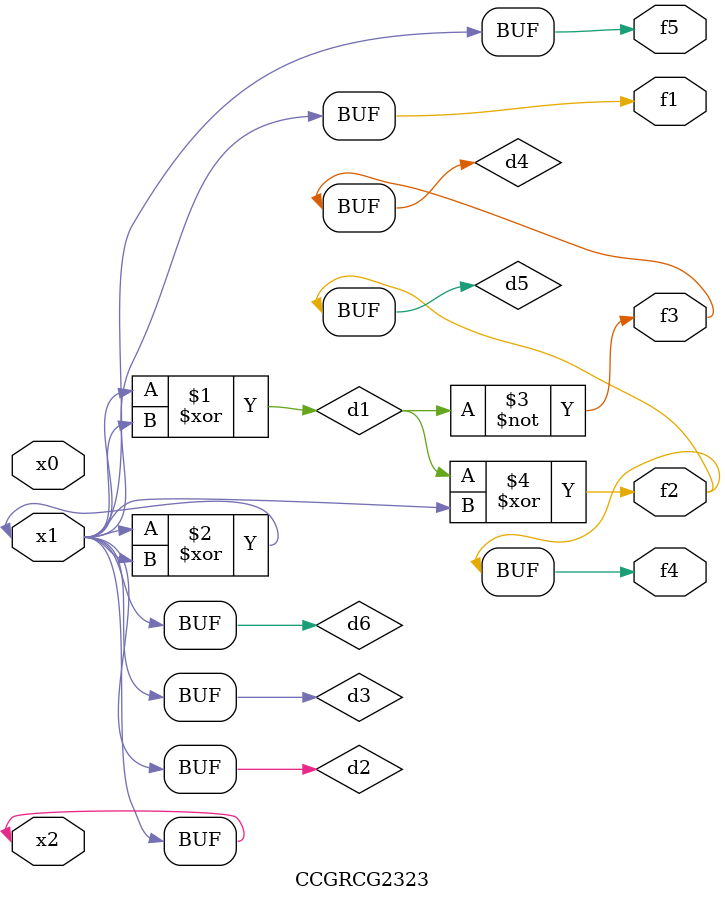
<source format=v>
module CCGRCG2323(
	input x0, x1, x2,
	output f1, f2, f3, f4, f5
);

	wire d1, d2, d3, d4, d5, d6;

	xor (d1, x1, x2);
	buf (d2, x1, x2);
	xor (d3, x1, x2);
	nor (d4, d1);
	xor (d5, d1, d2);
	buf (d6, d2, d3);
	assign f1 = d6;
	assign f2 = d5;
	assign f3 = d4;
	assign f4 = d5;
	assign f5 = d6;
endmodule

</source>
